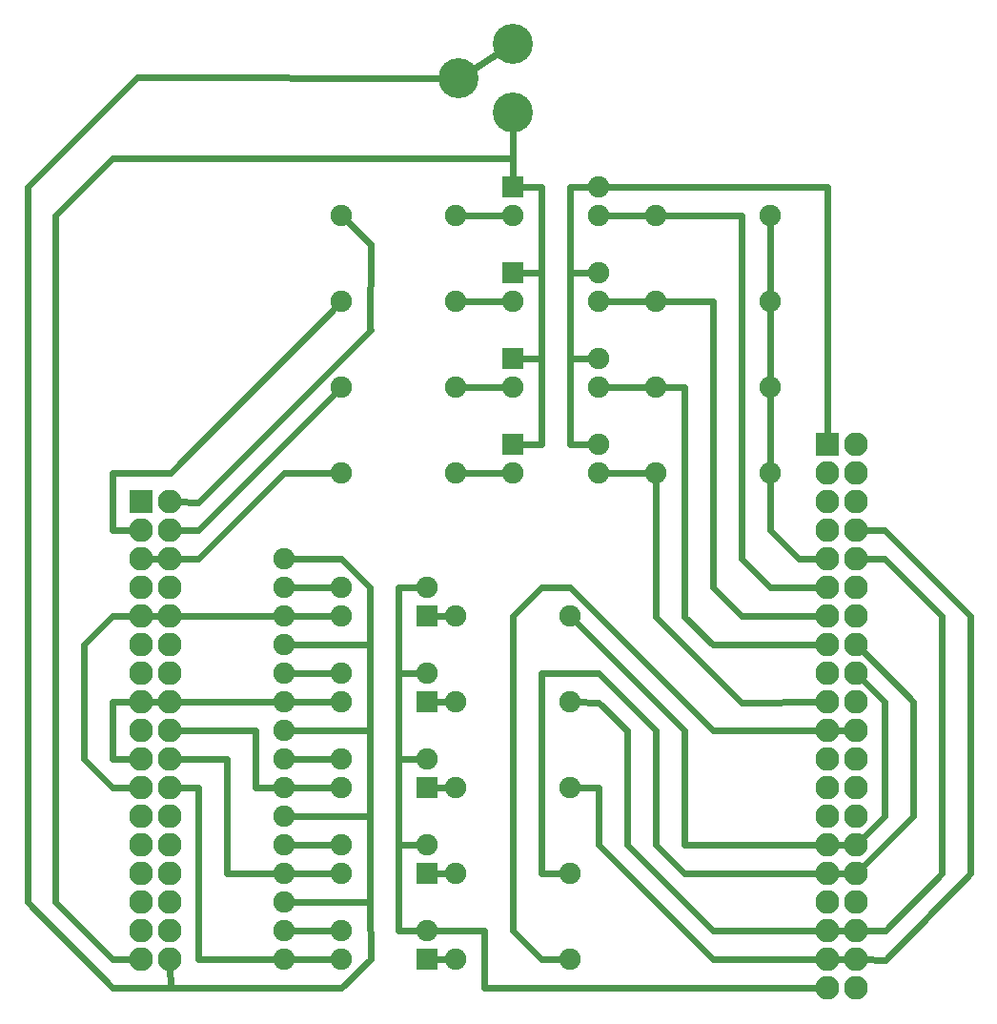
<source format=gbl>
G04 MADE WITH FRITZING*
G04 WWW.FRITZING.ORG*
G04 SINGLE SIDED*
G04 HOLES NOT PLATED*
G04 CONTOUR ON CENTER OF CONTOUR VECTOR*
%ASAXBY*%
%FSLAX23Y23*%
%MOIN*%
%OFA0B0*%
%ADD10C,0.140000*%
%ADD11C,0.075000*%
%ADD12C,0.083307*%
%ADD13R,0.075000X0.075000*%
%ADD14R,0.083307X0.083307*%
%ADD15C,0.024000*%
G90*
G70*
G54D10*
X1923Y3378D03*
X1923Y3618D03*
X1733Y3498D03*
G54D11*
X1923Y2218D03*
X2223Y2218D03*
X1923Y2118D03*
X2223Y2118D03*
G54D12*
X3123Y2218D03*
X3123Y2118D03*
X3123Y2018D03*
X3123Y1918D03*
X3123Y1818D03*
X3123Y1718D03*
X3123Y1618D03*
X3123Y1518D03*
X3123Y1418D03*
X3123Y1318D03*
X3123Y1218D03*
X3123Y1118D03*
X3123Y1018D03*
X3123Y918D03*
X3123Y818D03*
X3123Y718D03*
X3123Y618D03*
X3123Y518D03*
X3123Y418D03*
X3123Y318D03*
X3023Y2218D03*
X3023Y2118D03*
X3023Y2018D03*
X3023Y1918D03*
X3023Y1818D03*
X3023Y1718D03*
X3023Y1618D03*
X3023Y1518D03*
X3023Y1418D03*
X3023Y1318D03*
X3023Y1218D03*
X3023Y1118D03*
X3023Y1018D03*
X3023Y918D03*
X3023Y818D03*
X3023Y718D03*
X3023Y618D03*
X3023Y518D03*
X3023Y418D03*
X3023Y318D03*
G54D11*
X1923Y2518D03*
X2223Y2518D03*
X1923Y2418D03*
X2223Y2418D03*
X1723Y1318D03*
X2123Y1318D03*
X1623Y1018D03*
X1323Y1018D03*
X1623Y1118D03*
X1323Y1118D03*
X1923Y2818D03*
X2223Y2818D03*
X1923Y2718D03*
X2223Y2718D03*
X1923Y3118D03*
X2223Y3118D03*
X1923Y3018D03*
X2223Y3018D03*
X1723Y1018D03*
X2123Y1018D03*
X1623Y1318D03*
X1323Y1318D03*
X1623Y1418D03*
X1323Y1418D03*
X1623Y1618D03*
X1323Y1618D03*
X1623Y1718D03*
X1323Y1718D03*
X1623Y718D03*
X1323Y718D03*
X1623Y818D03*
X1323Y818D03*
X1623Y418D03*
X1323Y418D03*
X1623Y518D03*
X1323Y518D03*
X2423Y2118D03*
X2823Y2118D03*
X2423Y2418D03*
X2823Y2418D03*
X1123Y1018D03*
X1123Y1118D03*
X1123Y1218D03*
X1123Y1618D03*
X1123Y1718D03*
X1123Y1818D03*
X1123Y1318D03*
X1123Y1418D03*
X1123Y1518D03*
X1123Y718D03*
X1123Y818D03*
X1123Y918D03*
X1123Y418D03*
X1123Y518D03*
X1123Y618D03*
X1723Y418D03*
X2123Y418D03*
X1723Y718D03*
X2123Y718D03*
X1723Y1618D03*
X2123Y1618D03*
X1323Y2118D03*
X1723Y2118D03*
X1323Y2418D03*
X1723Y2418D03*
X1323Y2718D03*
X1723Y2718D03*
X1323Y3018D03*
X1723Y3018D03*
X2423Y2718D03*
X2823Y2718D03*
X2423Y3018D03*
X2823Y3018D03*
G54D12*
X723Y2018D03*
X723Y1918D03*
X723Y1818D03*
X723Y1718D03*
X723Y1618D03*
X723Y1518D03*
X723Y1418D03*
X723Y1318D03*
X723Y1218D03*
X723Y1118D03*
X723Y1018D03*
X723Y918D03*
X723Y818D03*
X723Y718D03*
X723Y618D03*
X723Y518D03*
X723Y418D03*
X623Y2018D03*
X623Y1918D03*
X623Y1818D03*
X623Y1718D03*
X623Y1618D03*
X623Y1518D03*
X623Y1418D03*
X623Y1318D03*
X623Y1218D03*
X623Y1118D03*
X623Y1018D03*
X623Y918D03*
X623Y818D03*
X623Y718D03*
X623Y618D03*
X623Y518D03*
X623Y418D03*
G54D13*
X1923Y2218D03*
G54D14*
X3023Y2218D03*
G54D13*
X1923Y2518D03*
X1623Y1018D03*
X1923Y2818D03*
X1923Y3118D03*
X1623Y1318D03*
X1623Y1618D03*
X1623Y718D03*
X1623Y418D03*
G54D14*
X623Y2018D03*
G54D15*
X1881Y3591D02*
X1776Y3525D01*
D02*
X2241Y3018D02*
X2424Y3017D01*
D02*
X2424Y3017D02*
X2424Y3017D01*
D02*
X3323Y919D02*
X3324Y1318D01*
D02*
X3324Y1318D02*
X3139Y1503D01*
D02*
X3139Y733D02*
X3323Y919D01*
D02*
X2024Y3118D02*
X1941Y3118D01*
D02*
X2022Y2819D02*
X2024Y3118D01*
D02*
X1941Y2818D02*
X2022Y2819D01*
D02*
X1141Y418D02*
X1306Y418D01*
D02*
X524Y1617D02*
X602Y1618D01*
D02*
X423Y1517D02*
X524Y1617D01*
D02*
X423Y1118D02*
X423Y1517D01*
D02*
X524Y1018D02*
X423Y1118D01*
D02*
X602Y1018D02*
X524Y1018D01*
D02*
X1524Y1719D02*
X1606Y1718D01*
D02*
X1523Y1419D02*
X1524Y1719D01*
D02*
X1523Y1116D02*
X1523Y1419D01*
D02*
X1522Y518D02*
X1523Y1116D01*
D02*
X1606Y518D02*
X1522Y518D01*
D02*
X2206Y2518D02*
X2123Y2517D01*
D02*
X2123Y2517D02*
X2123Y2819D01*
D02*
X2123Y2819D02*
X2206Y2818D01*
D02*
X2922Y1817D02*
X2822Y1917D01*
D02*
X3002Y1818D02*
X2922Y1817D01*
D02*
X2822Y1917D02*
X2823Y2100D01*
D02*
X624Y1319D02*
X702Y1318D01*
D02*
X524Y1319D02*
X624Y1319D01*
D02*
X524Y1117D02*
X524Y1319D01*
D02*
X602Y1118D02*
X524Y1117D01*
D02*
X2823Y2700D02*
X2823Y2435D01*
D02*
X1422Y917D02*
X1141Y918D01*
D02*
X1422Y1219D02*
X1422Y917D01*
D02*
X1141Y1218D02*
X1422Y1219D01*
D02*
X1422Y1518D02*
X1141Y1518D01*
D02*
X1422Y1217D02*
X1422Y1518D01*
D02*
X1141Y1218D02*
X1422Y1217D01*
D02*
X824Y1917D02*
X1311Y2405D01*
D02*
X745Y1918D02*
X824Y1917D01*
D02*
X3045Y818D02*
X3102Y818D01*
D02*
X3225Y518D02*
X3424Y717D01*
D02*
X3424Y717D02*
X3422Y1617D01*
D02*
X3145Y518D02*
X3225Y518D01*
D02*
X3422Y1617D02*
X3222Y1817D01*
D02*
X3222Y1817D02*
X3145Y1818D01*
D02*
X2723Y3017D02*
X2441Y3018D01*
D02*
X2723Y1817D02*
X2723Y3017D01*
D02*
X2822Y1717D02*
X2723Y1817D01*
D02*
X3002Y1718D02*
X2822Y1717D01*
D02*
X1923Y3328D02*
X1923Y3135D01*
D02*
X2523Y817D02*
X3002Y818D01*
D02*
X2523Y1219D02*
X2523Y817D01*
D02*
X2136Y1605D02*
X2523Y1219D01*
D02*
X2123Y2819D02*
X2206Y2818D01*
D02*
X2123Y3118D02*
X2123Y2819D01*
D02*
X2206Y3118D02*
X2123Y3118D01*
D02*
X645Y1818D02*
X702Y1818D01*
D02*
X1023Y1017D02*
X1106Y1018D01*
D02*
X1023Y1219D02*
X1023Y1017D01*
D02*
X745Y1218D02*
X1023Y1219D01*
D02*
X1306Y1618D02*
X1141Y1618D01*
D02*
X745Y1318D02*
X1106Y1318D01*
D02*
X645Y1318D02*
X702Y1318D01*
D02*
X2241Y2718D02*
X2423Y2717D01*
D02*
X2423Y2717D02*
X2423Y2717D01*
D02*
X1522Y818D02*
X1606Y818D01*
D02*
X1522Y518D02*
X1522Y818D01*
D02*
X1606Y518D02*
X1522Y518D01*
D02*
X2022Y2819D02*
X1941Y2818D01*
D02*
X2022Y2517D02*
X2022Y2819D01*
D02*
X1941Y2518D02*
X2022Y2517D01*
D02*
X1306Y518D02*
X1141Y518D01*
D02*
X1823Y319D02*
X1823Y517D01*
D02*
X1823Y517D02*
X1641Y518D01*
D02*
X3002Y318D02*
X1823Y319D01*
D02*
X2723Y1316D02*
X2423Y1616D01*
D02*
X2423Y1616D02*
X2423Y2100D01*
D02*
X3002Y1318D02*
X2723Y1316D01*
D02*
X1306Y818D02*
X1141Y818D01*
D02*
X1524Y1719D02*
X1606Y1718D01*
D02*
X1523Y1419D02*
X1524Y1719D01*
D02*
X1606Y1418D02*
X1523Y1419D01*
D02*
X1306Y1318D02*
X1141Y1318D01*
D02*
X2623Y2717D02*
X2441Y2718D01*
D02*
X2624Y1718D02*
X2623Y2717D01*
D02*
X2723Y1619D02*
X2624Y1718D01*
D02*
X3002Y1618D02*
X2723Y1619D01*
D02*
X1641Y1018D02*
X1706Y1018D01*
D02*
X1141Y1418D02*
X1306Y1418D01*
D02*
X1641Y1318D02*
X1706Y1318D01*
D02*
X1641Y418D02*
X1706Y418D01*
D02*
X1641Y1618D02*
X1706Y1618D01*
D02*
X3222Y917D02*
X3139Y833D01*
D02*
X3222Y917D02*
X3222Y1317D01*
D02*
X3222Y1317D02*
X3139Y1402D01*
D02*
X823Y418D02*
X1106Y418D01*
D02*
X823Y1017D02*
X823Y418D01*
D02*
X745Y1018D02*
X823Y1017D01*
D02*
X3102Y418D02*
X3022Y418D01*
D02*
X2624Y418D02*
X2222Y817D01*
D02*
X3022Y418D02*
X2624Y418D01*
D02*
X2222Y817D02*
X2222Y1018D01*
D02*
X2222Y1018D02*
X2141Y1018D01*
D02*
X2622Y1517D02*
X2523Y1616D01*
D02*
X2523Y1616D02*
X2523Y2417D01*
D02*
X3002Y1518D02*
X2622Y1517D01*
D02*
X2523Y2417D02*
X2441Y2418D01*
D02*
X3045Y1218D02*
X3102Y1218D01*
D02*
X2241Y2118D02*
X2423Y2117D01*
D02*
X2423Y2117D02*
X2423Y2117D01*
D02*
X2823Y3000D02*
X2823Y2735D01*
D02*
X1623Y518D02*
X1523Y517D01*
D02*
X724Y396D02*
X725Y319D01*
D02*
X725Y319D02*
X1323Y318D01*
D02*
X1323Y318D02*
X1425Y417D01*
D02*
X1425Y417D02*
X1422Y617D01*
D02*
X1422Y617D02*
X1141Y618D01*
D02*
X924Y718D02*
X1106Y718D01*
D02*
X924Y1118D02*
X924Y718D01*
D02*
X745Y1118D02*
X924Y1118D01*
D02*
X3023Y3117D02*
X2241Y3118D01*
D02*
X3023Y2239D02*
X3023Y3117D01*
D02*
X824Y2016D02*
X1426Y2618D01*
D02*
X1426Y2618D02*
X1422Y2617D01*
D02*
X745Y2017D02*
X824Y2016D01*
D02*
X1422Y2617D02*
X1425Y2918D01*
D02*
X1425Y2918D02*
X1336Y3006D01*
D02*
X2206Y2518D02*
X2123Y2517D01*
D02*
X2123Y2517D02*
X2123Y2217D01*
D02*
X2123Y2217D02*
X2206Y2218D01*
D02*
X1906Y2118D02*
X1741Y2118D01*
D02*
X725Y319D02*
X724Y396D01*
D02*
X523Y317D02*
X725Y319D01*
D02*
X225Y618D02*
X523Y317D01*
D02*
X225Y3118D02*
X225Y618D01*
D02*
X609Y3502D02*
X225Y3118D01*
D02*
X1683Y3498D02*
X609Y3502D01*
D02*
X1124Y2119D02*
X1306Y2118D01*
D02*
X824Y1817D02*
X1124Y2119D01*
D02*
X745Y1818D02*
X824Y1817D01*
D02*
X3045Y518D02*
X3102Y518D01*
D02*
X2241Y2418D02*
X2406Y2418D01*
D02*
X1141Y718D02*
X1306Y718D01*
D02*
X745Y1618D02*
X1106Y1618D01*
D02*
X1641Y718D02*
X1706Y718D01*
D02*
X1522Y1118D02*
X1606Y1118D01*
D02*
X1522Y1418D02*
X1522Y1118D01*
D02*
X1524Y1719D02*
X1522Y1418D01*
D02*
X1622Y1718D02*
X1524Y1719D01*
D02*
X1622Y1718D02*
X1622Y1718D01*
D02*
X1306Y1718D02*
X1141Y1718D01*
D02*
X1141Y618D02*
X1422Y617D01*
D02*
X1422Y617D02*
X1422Y1218D01*
D02*
X1422Y1218D02*
X1141Y1218D01*
D02*
X1906Y2718D02*
X1741Y2718D01*
D02*
X1941Y2218D02*
X2023Y2217D01*
D02*
X2023Y2217D02*
X2023Y2517D01*
D02*
X2023Y2517D02*
X1941Y2518D01*
D02*
X1422Y1518D02*
X1141Y1518D01*
D02*
X1424Y1717D02*
X1422Y1518D01*
D02*
X1323Y1818D02*
X1424Y1717D01*
D02*
X1141Y1818D02*
X1323Y1818D01*
D02*
X2324Y817D02*
X2624Y518D01*
D02*
X2624Y518D02*
X3002Y518D01*
D02*
X2324Y1217D02*
X2324Y817D01*
D02*
X2222Y1316D02*
X2324Y1217D01*
D02*
X2141Y1318D02*
X2222Y1316D01*
D02*
X1923Y3219D02*
X1923Y3328D01*
D02*
X523Y3219D02*
X1923Y3219D01*
D02*
X323Y3019D02*
X523Y3219D01*
D02*
X323Y618D02*
X323Y3019D01*
D02*
X523Y418D02*
X323Y618D01*
D02*
X602Y418D02*
X523Y418D01*
D02*
X1306Y1118D02*
X1141Y1118D01*
D02*
X2823Y2400D02*
X2823Y2135D01*
D02*
X1323Y2717D02*
X1323Y2717D01*
D02*
X725Y2119D02*
X1323Y2717D01*
D02*
X524Y2118D02*
X725Y2119D01*
D02*
X524Y1917D02*
X524Y2118D01*
D02*
X624Y1917D02*
X524Y1917D01*
D02*
X624Y1917D02*
X624Y1917D01*
D02*
X1906Y2418D02*
X1741Y2418D01*
D02*
X3102Y718D02*
X3045Y718D01*
D02*
X645Y1618D02*
X702Y1618D01*
D02*
X1306Y1018D02*
X1141Y1018D01*
D02*
X3225Y416D02*
X3522Y717D01*
D02*
X3522Y717D02*
X3522Y1617D01*
D02*
X3145Y417D02*
X3225Y416D01*
D02*
X3522Y1617D02*
X3222Y1917D01*
D02*
X3222Y1917D02*
X3145Y1918D01*
D02*
X1906Y3018D02*
X1741Y3018D01*
D02*
X2024Y419D02*
X2106Y418D01*
D02*
X1923Y518D02*
X2024Y419D01*
D02*
X2024Y1718D02*
X1922Y1619D01*
D02*
X1922Y1619D02*
X1923Y518D01*
D02*
X2122Y1717D02*
X2024Y1718D01*
D02*
X2622Y1217D02*
X2122Y1717D01*
D02*
X3002Y1218D02*
X2622Y1217D01*
D02*
X2522Y717D02*
X3002Y718D01*
D02*
X2422Y1217D02*
X2422Y817D01*
D02*
X2222Y1417D02*
X2422Y1217D01*
D02*
X2022Y1417D02*
X2222Y1417D01*
D02*
X2022Y717D02*
X2022Y1417D01*
D02*
X2422Y817D02*
X2522Y717D01*
D02*
X2106Y718D02*
X2022Y717D01*
G04 End of Copper0*
M02*

</source>
